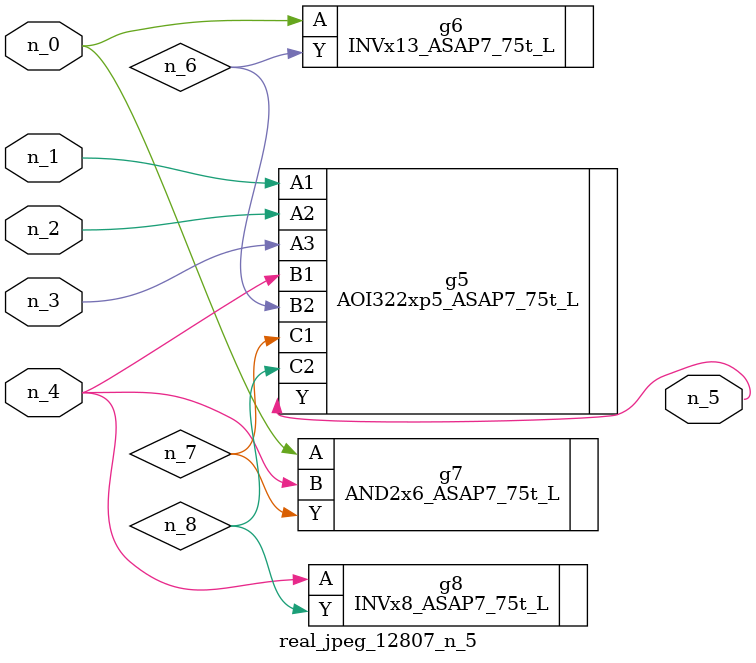
<source format=v>
module real_jpeg_12807_n_5 (n_4, n_0, n_1, n_2, n_3, n_5);

input n_4;
input n_0;
input n_1;
input n_2;
input n_3;

output n_5;

wire n_8;
wire n_6;
wire n_7;

INVx13_ASAP7_75t_L g6 ( 
.A(n_0),
.Y(n_6)
);

AND2x6_ASAP7_75t_L g7 ( 
.A(n_0),
.B(n_4),
.Y(n_7)
);

AOI322xp5_ASAP7_75t_L g5 ( 
.A1(n_1),
.A2(n_2),
.A3(n_3),
.B1(n_4),
.B2(n_6),
.C1(n_7),
.C2(n_8),
.Y(n_5)
);

INVx8_ASAP7_75t_L g8 ( 
.A(n_4),
.Y(n_8)
);


endmodule
</source>
